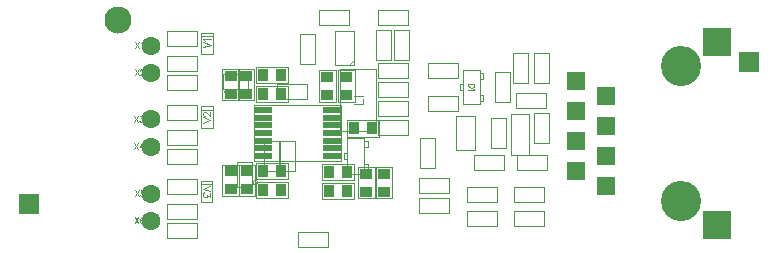
<source format=gbs>
G04*
G04 #@! TF.GenerationSoftware,Altium Limited,Altium Designer,20.2.8 (258)*
G04*
G04 Layer_Color=16711935*
%FSLAX44Y44*%
%MOMM*%
G71*
G04*
G04 #@! TF.SameCoordinates,1B73D90B-C723-4D7B-A954-5B6EDA06906F*
G04*
G04*
G04 #@! TF.FilePolarity,Negative*
G04*
G01*
G75*
%ADD22C,0.0100*%
%ADD24R,1.7032X1.7032*%
%ADD25R,1.1000X0.8500*%
%ADD26R,0.8500X1.1000*%
%ADD34C,1.6000*%
%ADD35C,3.4032*%
%ADD36R,2.4032X2.4032*%
%ADD37R,1.5032X1.5032*%
%ADD38C,2.3000*%
%ADD57C,0.0050*%
%ADD58R,1.6000X0.5000*%
D22*
X127730Y11550D02*
G03*
X127730Y11550I-4000J0D01*
G01*
X127730Y-11450D02*
G03*
X127730Y-11450I-4000J0D01*
G01*
X127660Y-51450D02*
G03*
X127660Y-51450I-4000J0D01*
G01*
Y-74450D02*
G03*
X127660Y-74450I-4000J0D01*
G01*
X214000Y-42000D02*
G03*
X214000Y-42000I-2000J0D01*
G01*
X190000Y35000D02*
G03*
X190000Y35000I-2000J0D01*
G01*
X102000Y96000D02*
G03*
X102000Y96000I-6000J0D01*
G01*
X128000Y51000D02*
G03*
X128000Y51000I-4000J0D01*
G01*
Y74000D02*
G03*
X128000Y74000I-4000J0D01*
G01*
X211170Y-23495D02*
X284830D01*
Y23495D01*
X211170D02*
X284830D01*
X211170Y-23495D02*
Y23495D01*
X230300Y28650D02*
X255700D01*
Y41350D01*
X230300D02*
X255700D01*
X230300Y28650D02*
Y41350D01*
X232650Y-31700D02*
Y-6300D01*
Y-31700D02*
X245350D01*
Y-6300D01*
X232650D02*
X245350D01*
X266015Y26665D02*
Y53335D01*
Y26665D02*
X279985D01*
Y53335D01*
X266015D02*
X279985D01*
X282015Y26665D02*
Y53335D01*
Y26665D02*
X295985D01*
Y53335D01*
X282015D02*
X295985D01*
X299015Y-55335D02*
Y-28665D01*
Y-55335D02*
X312985D01*
Y-28665D01*
X299015D02*
X312985D01*
X314015Y-55335D02*
Y-28665D01*
Y-55335D02*
X327985D01*
Y-28665D01*
X314015D02*
X327985D01*
X268665Y-42015D02*
X295335D01*
X268665Y-55985D02*
Y-42015D01*
Y-55985D02*
X295335D01*
Y-42015D01*
X268665Y-26015D02*
X295335D01*
X268665Y-39985D02*
Y-26015D01*
Y-39985D02*
X295335D01*
Y-26015D01*
X184015Y-53335D02*
Y-26665D01*
Y-53335D02*
X197985D01*
Y-26665D01*
X184015D02*
X197985D01*
X212665Y-54985D02*
X239335D01*
Y-41015D01*
X212665D02*
X239335D01*
X212665Y-54985D02*
Y-41015D01*
X211985Y-53335D02*
Y-26665D01*
X198015D02*
X211985D01*
X198015Y-53335D02*
Y-26665D01*
Y-53335D02*
X211985D01*
X212665Y-38985D02*
X239335D01*
Y-25015D01*
X212665D02*
X239335D01*
X212665Y-38985D02*
Y-25015D01*
X219650Y-31700D02*
Y-6300D01*
Y-31700D02*
X232350D01*
Y-6300D01*
X219650D02*
X232350D01*
X197015Y54335D02*
X210985D01*
Y27665D02*
Y54335D01*
X197015Y27665D02*
X210985D01*
X197015D02*
Y54335D01*
X212665Y26015D02*
X239335D01*
Y39985D01*
X212665D02*
X239335D01*
X212665Y26015D02*
Y39985D01*
Y42015D02*
X239335D01*
Y55985D01*
X212665D02*
X239335D01*
X212665Y42015D02*
Y55985D01*
X197985Y27665D02*
Y54335D01*
X184015D02*
X197985D01*
X184015Y27665D02*
Y54335D01*
Y27665D02*
X197985D01*
X431300Y-65650D02*
X456700D01*
X431300Y-78350D02*
Y-65650D01*
Y-78350D02*
X456700D01*
Y-65650D01*
X431300Y-45650D02*
X456700D01*
X431300Y-58350D02*
Y-45650D01*
Y-58350D02*
X456700D01*
Y-45650D01*
X137030Y11200D02*
X162430D01*
Y23900D01*
X137030D02*
X162430D01*
X137030Y11200D02*
Y23900D01*
Y-13100D02*
X162430D01*
X137030Y-25800D02*
Y-13100D01*
Y-25800D02*
X162430D01*
Y-13100D01*
X137030Y2900D02*
X162430D01*
X137030D02*
X137030Y-9800D01*
X162430D01*
Y2900D01*
X175730Y4550D02*
Y19900D01*
X165730D02*
X175730D01*
X165730Y4550D02*
Y19900D01*
Y4550D02*
X175730D01*
X165730Y19900D02*
X165730Y22550D01*
X175730D01*
X175730Y19900D02*
X175730Y22550D01*
X136960Y-51800D02*
X162360D01*
X162360Y-39100D01*
X136960D02*
X162360D01*
X136960D02*
X136960Y-51800D01*
Y-76100D02*
X162360D01*
X136960Y-88800D02*
X136960Y-76100D01*
X136960Y-88800D02*
X162360D01*
X162360Y-76100D02*
X162360Y-88800D01*
X175660Y-58450D02*
Y-43100D01*
X165660D02*
X175660D01*
X165660Y-58450D02*
Y-43100D01*
Y-58450D02*
X175660D01*
X165660Y-43100D02*
X165660Y-40450D01*
X175660D01*
X175660Y-43100D02*
X175660Y-40450D01*
X136960Y-60100D02*
X162360D01*
X136960D02*
X136960Y-72800D01*
X162360D01*
X162360Y-60100D01*
X448150Y42300D02*
Y67700D01*
Y42300D02*
X460850D01*
Y67700D01*
X448150D02*
X460850D01*
X350300Y-37650D02*
X375700D01*
X350300Y-50350D02*
Y-37650D01*
Y-50350D02*
X375700D01*
Y-37650D01*
X315790Y30650D02*
X341190Y30650D01*
X341190Y43350D01*
X315790Y43350D02*
X341190Y43350D01*
X315790Y30650D02*
X315790Y43350D01*
X196650Y-24205D02*
X209350D01*
X196650Y-45795D02*
Y-24205D01*
Y-45795D02*
X209350D01*
Y-24205D01*
X205795Y37650D02*
Y50350D01*
X184205D02*
X205795D01*
X184205Y37650D02*
Y50350D01*
Y37650D02*
X205795D01*
X443620Y-18145D02*
Y16145D01*
X428380D02*
X443620D01*
X428380Y-18145D02*
Y16145D01*
Y-18145D02*
X443620D01*
X287000Y-16500D02*
X290000D01*
X287000Y-21500D02*
Y-16500D01*
Y-21500D02*
X290000D01*
X304000Y-7000D02*
X307000D01*
Y-12000D02*
Y-7000D01*
X304000Y-12000D02*
X307000D01*
X304000Y-26000D02*
X307000D01*
Y-31000D02*
Y-26000D01*
X304000Y-31000D02*
X307000D01*
X304000Y-34240D02*
Y-3760D01*
X290000Y-34240D02*
X304000Y-34240D01*
X290000Y-34240D02*
Y-3760D01*
X304000Y-3760D01*
X176000Y82350D02*
Y85000D01*
X166000D02*
X176000D01*
X166000Y82350D02*
Y85000D01*
Y67000D02*
X176000D01*
X166000D02*
Y82350D01*
X176000D01*
Y67000D02*
Y82350D01*
X457950Y21650D02*
Y34350D01*
X432550Y21650D02*
X457950D01*
X432550D02*
Y34350D01*
X457950D01*
X430150Y42300D02*
X442850D01*
X430150D02*
Y67700D01*
X442850D01*
Y42300D02*
Y67700D01*
X391300Y-78350D02*
Y-65650D01*
X416700D01*
Y-78350D02*
Y-65650D01*
X391300Y-78350D02*
X416700D01*
X350300Y-67350D02*
Y-54650D01*
X375700D01*
Y-67350D02*
Y-54650D01*
X350300Y-67350D02*
X375700D01*
X391300Y-58350D02*
Y-45650D01*
X416700D01*
Y-58350D02*
Y-45650D01*
X391300Y-58350D02*
X416700D01*
X341190Y11350D02*
X341190Y-1350D01*
X315790D02*
X341190D01*
X315790D02*
X315790Y11350D01*
X341190D01*
X291700Y104350D02*
X291700Y91650D01*
X266300D02*
X291700D01*
X266300D02*
X266300Y104350D01*
X291700D01*
X341190Y91650D02*
Y104350D01*
X315790Y91650D02*
X341190Y91650D01*
X315790Y91650D02*
X315790Y104350D01*
X341190D01*
X414650Y51700D02*
X427350D01*
Y26300D02*
Y51700D01*
X414650Y26300D02*
X427350D01*
X414650D02*
Y51700D01*
X162700Y52650D02*
Y65350D01*
X137300Y52650D02*
X162700D01*
X137300D02*
Y65350D01*
X162700D01*
X411650Y-12700D02*
X424350D01*
X411650Y12700D02*
X411650Y-12700D01*
X411650Y12700D02*
X424350Y12700D01*
Y-12700D02*
Y12700D01*
X248300Y-96350D02*
Y-83650D01*
X273700D01*
Y-96350D02*
Y-83650D01*
X248300Y-96350D02*
X273700D01*
X137300Y73650D02*
Y86350D01*
X162700D01*
Y73650D02*
Y86350D01*
X137300Y73650D02*
X162700D01*
X295490Y86605D02*
X295490Y57395D01*
X279490D02*
X295490D01*
X279490Y86605D02*
X279490Y57395D01*
X279490Y86605D02*
X295490D01*
X291490Y57500D02*
X295490Y61500D01*
X398000Y-14605D02*
Y14605D01*
X382000Y-14605D02*
X398000Y-14605D01*
X382000Y-14605D02*
Y14605D01*
X398000D01*
X283760Y54035D02*
X314240D01*
Y1965D02*
Y54035D01*
X283760Y1965D02*
X314240D01*
X283760D02*
Y54035D01*
X385000Y41500D02*
X388000D01*
X385000Y36500D02*
Y41500D01*
Y36500D02*
X388000D01*
X402000Y51000D02*
X405000D01*
Y46000D02*
Y51000D01*
X402000Y46000D02*
X405000D01*
X402000Y32000D02*
X405000D01*
Y27000D02*
Y32000D01*
X402000Y27000D02*
X405000D01*
X402000Y24395D02*
Y53605D01*
X388000Y24395D02*
X402000D01*
X388000D02*
Y53605D01*
X402000D01*
X433300Y-31350D02*
Y-18650D01*
X458700D01*
Y-31350D02*
Y-18650D01*
X433300Y-31350D02*
X458700D01*
X351650Y-4300D02*
X364350D01*
Y-29700D02*
Y-4300D01*
X351650Y-29700D02*
X364350D01*
X351650D02*
Y-4300D01*
X447650Y17200D02*
X460350D01*
Y-8200D02*
Y17200D01*
X447650Y-8200D02*
X460350D01*
X447650D02*
Y17200D01*
X341190Y27350D02*
X341190Y14650D01*
X315790Y14650D02*
X341190Y14650D01*
X315790Y27350D02*
X315790Y14650D01*
X315790Y27350D02*
X341190Y27350D01*
Y59350D02*
X341190Y46650D01*
X315790D02*
X341190D01*
X315790D02*
Y59350D01*
X341190D01*
X250140Y58300D02*
X262840Y58300D01*
X250140Y58300D02*
Y83700D01*
X262840Y83700D01*
Y58300D02*
Y83700D01*
X314140Y62300D02*
X326840Y62300D01*
X314140Y62300D02*
Y87700D01*
X326840Y87700D01*
Y62300D02*
Y87700D01*
X358300Y46650D02*
Y59350D01*
X383700D01*
Y46650D02*
Y59350D01*
X358300Y46650D02*
X383700D01*
X329140Y62300D02*
X341840D01*
X329140D02*
Y87700D01*
X341840D01*
Y62300D02*
Y87700D01*
X358300Y31350D02*
X358300Y18650D01*
X358300Y31350D02*
X383700D01*
X383700Y18650D02*
X383700Y31350D01*
X358300Y18650D02*
X383700D01*
X397300Y-31350D02*
Y-18650D01*
X422700D01*
Y-31350D02*
Y-18650D01*
X397300Y-31350D02*
X422700D01*
X289665Y-2985D02*
Y10985D01*
X316335D01*
Y-2985D02*
Y10985D01*
X289665Y-2985D02*
X316335D01*
X162700Y36650D02*
Y49350D01*
X137300Y36650D02*
X162700D01*
X137300D02*
Y49350D01*
X162700D01*
D24*
X20000Y-60000D02*
D03*
X630000Y60000D02*
D03*
D25*
X273000Y47620D02*
D03*
Y32380D02*
D03*
X289000Y47620D02*
D03*
Y32380D02*
D03*
X306000Y-34380D02*
D03*
Y-49620D02*
D03*
X321000Y-34380D02*
D03*
Y-49620D02*
D03*
X191000Y-32380D02*
D03*
Y-47620D02*
D03*
X205000D02*
D03*
Y-32380D02*
D03*
X204000Y33380D02*
D03*
Y48620D02*
D03*
X191000Y33380D02*
D03*
Y48620D02*
D03*
D26*
X289620Y-49000D02*
D03*
X274380D02*
D03*
X289620Y-33000D02*
D03*
X274380D02*
D03*
X218380Y-48000D02*
D03*
X233620D02*
D03*
X218380Y-32000D02*
D03*
X233620D02*
D03*
X218380Y33000D02*
D03*
X233620D02*
D03*
X218380Y49000D02*
D03*
X233620D02*
D03*
X310620Y4000D02*
D03*
X295380D02*
D03*
D34*
X123730Y11550D02*
D03*
X123730Y-11450D02*
D03*
X123660Y-51450D02*
D03*
Y-74450D02*
D03*
X124000Y51000D02*
D03*
Y74000D02*
D03*
D35*
X572750Y-57150D02*
D03*
Y57150D02*
D03*
D36*
X603250Y77500D02*
D03*
Y-77500D02*
D03*
D37*
X509250Y-44450D02*
D03*
X483850Y-31750D02*
D03*
X509250Y-19050D02*
D03*
X483850Y-6350D02*
D03*
X509250Y6350D02*
D03*
X483850Y19050D02*
D03*
X509250Y31750D02*
D03*
X483850Y44450D02*
D03*
D38*
X96000Y96000D02*
D03*
D57*
X109043Y14634D02*
X112376Y9636D01*
Y14634D02*
X109043Y9636D01*
X113971Y14634D02*
X116589D01*
X115161Y12730D01*
X115875D01*
X116351Y12492D01*
X116589Y12254D01*
X116827Y11540D01*
Y11064D01*
X116589Y10350D01*
X116113Y9874D01*
X115399Y9636D01*
X114685D01*
X113971Y9874D01*
X113733Y10112D01*
X113495Y10588D01*
X167781Y8830D02*
X173779Y11115D01*
X167781Y13400D02*
X173779Y11115D01*
X169209Y14457D02*
X168923D01*
X168352Y14743D01*
X168066Y15028D01*
X167781Y15600D01*
Y16742D01*
X168066Y17313D01*
X168352Y17599D01*
X168923Y17885D01*
X169495D01*
X170066Y17599D01*
X170923Y17028D01*
X173779Y14171D01*
Y18170D01*
X109559Y-8365D02*
X112892Y-13364D01*
Y-8365D02*
X109559Y-13364D01*
X116391Y-8365D02*
X114010Y-11698D01*
X117581D01*
X116391Y-8365D02*
Y-13364D01*
X110243Y-48366D02*
X113576Y-53364D01*
Y-48366D02*
X110243Y-53364D01*
X117551Y-48366D02*
X115171D01*
X114932Y-50508D01*
X115171Y-50270D01*
X115885Y-50032D01*
X116599D01*
X117313Y-50270D01*
X117789Y-50746D01*
X118027Y-51460D01*
Y-51936D01*
X117789Y-52650D01*
X117313Y-53126D01*
X116599Y-53364D01*
X115885D01*
X115171Y-53126D01*
X114932Y-52888D01*
X114694Y-52412D01*
X173609Y-44730D02*
X167611Y-47015D01*
X173609Y-49300D02*
X167611Y-47015D01*
X173609Y-50643D02*
Y-53785D01*
X171324Y-52071D01*
Y-52928D01*
X171039Y-53499D01*
X170753Y-53785D01*
X169896Y-54070D01*
X169325D01*
X168468Y-53785D01*
X167896Y-53214D01*
X167611Y-52357D01*
Y-51500D01*
X167896Y-50643D01*
X168182Y-50357D01*
X168753Y-50071D01*
X109727Y-71365D02*
X113060Y-76364D01*
Y-71365D02*
X109727Y-76364D01*
X117035Y-72080D02*
X116797Y-71603D01*
X116083Y-71365D01*
X115607D01*
X114893Y-71603D01*
X114417Y-72318D01*
X114178Y-73508D01*
Y-74698D01*
X114417Y-75650D01*
X114893Y-76126D01*
X115607Y-76364D01*
X115845D01*
X116559Y-76126D01*
X117035Y-75650D01*
X117273Y-74936D01*
Y-74698D01*
X117035Y-73984D01*
X116559Y-73508D01*
X115845Y-73270D01*
X115607D01*
X114893Y-73508D01*
X114417Y-73984D01*
X114178Y-74698D01*
X109948Y54085D02*
X113281Y49086D01*
Y54085D02*
X109948Y49086D01*
X114637Y52894D02*
Y53132D01*
X114875Y53608D01*
X115114Y53846D01*
X115590Y54085D01*
X116542D01*
X117018Y53846D01*
X117256Y53608D01*
X117494Y53132D01*
Y52656D01*
X117256Y52180D01*
X116780Y51466D01*
X114399Y49086D01*
X117732D01*
X110384Y77084D02*
X113717Y72086D01*
Y77084D02*
X110384Y72086D01*
X114836Y76132D02*
X115312Y76370D01*
X116026Y77084D01*
Y72086D01*
X168051Y72565D02*
X174049Y74850D01*
X168051Y77136D02*
X174049Y74850D01*
X169193Y77907D02*
X168908Y78478D01*
X168051Y79335D01*
X174049D01*
X295301Y24504D02*
X302799D01*
Y28789D01*
X296729Y29610D02*
X296372Y30324D01*
X295301Y31396D01*
X302799D01*
X397449Y41871D02*
X392450D01*
X397449D02*
Y40205D01*
X397211Y39490D01*
X396735Y39014D01*
X396259Y38776D01*
X395545Y38538D01*
X394355D01*
X393641Y38776D01*
X393165Y39014D01*
X392689Y39490D01*
X392450Y40205D01*
Y41871D01*
X396497Y37419D02*
X396735Y36943D01*
X397449Y36229D01*
X392450D01*
D58*
X218790Y-19500D02*
D03*
Y-13000D02*
D03*
Y-6500D02*
D03*
Y0D02*
D03*
Y6500D02*
D03*
Y13000D02*
D03*
Y19500D02*
D03*
X277210D02*
D03*
Y13000D02*
D03*
Y6500D02*
D03*
Y0D02*
D03*
Y-6500D02*
D03*
Y-13000D02*
D03*
Y-19500D02*
D03*
M02*

</source>
